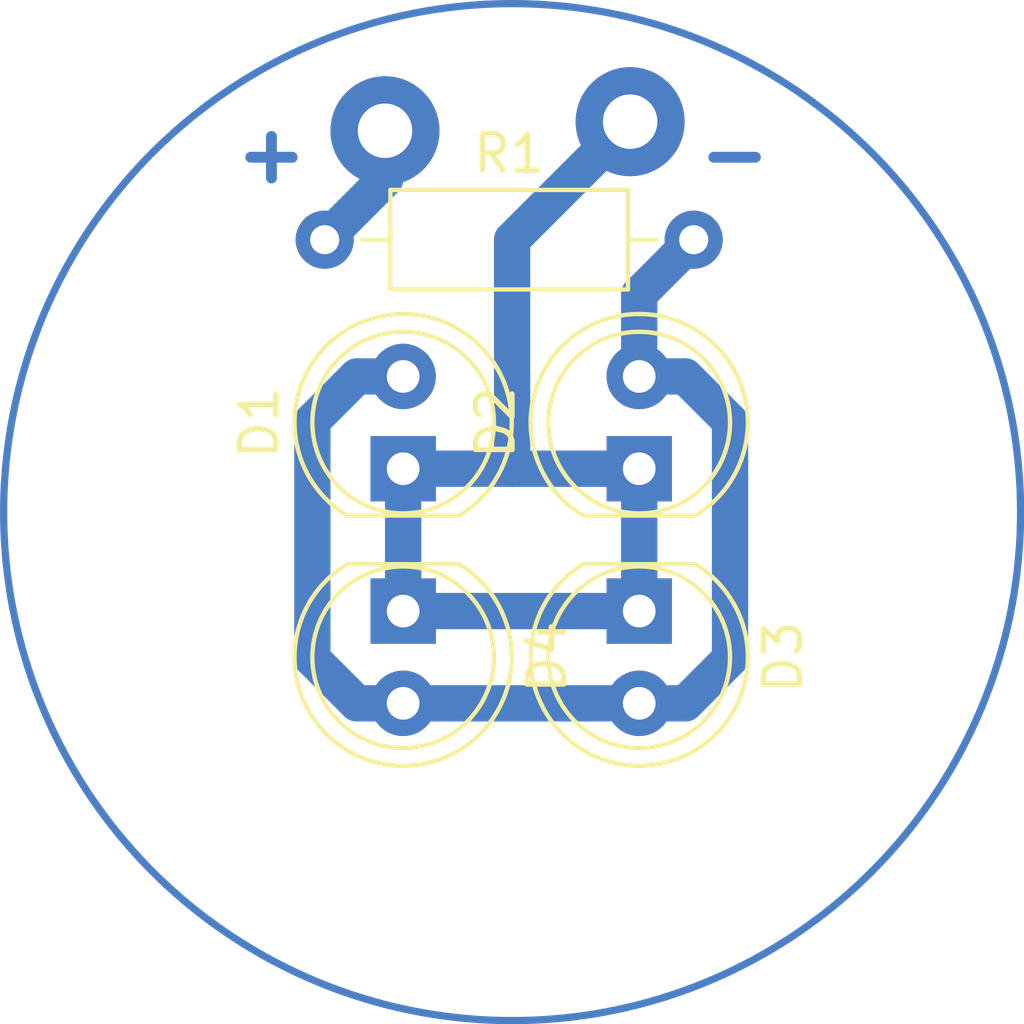
<source format=kicad_pcb>
(kicad_pcb (version 20241229) (generator "pcbnew") (generator_version "9.0")
  (layers (0 "F.Cu" signal) (2 "B.Cu" signal) (13 "F.Paste" user) (15 "B.Paste" user) (5 "F.SilkS" user "F.Silkscreen") (7 "B.SilkS" user "B.Silkscreen") (1 "F.Mask" user) (3 "B.Mask" user) (25 "Edge.Cuts" user))
  (net 0 "")
  (net 1 "Net-(D1-K)")
  (net 2 "Net-(D1-A)")
  (net 3 "unconnected-(R1-Pad1)")
  (footprint "Resistor_THT:R_Axial_DIN0207_L6.3mm_D2.5mm_P10.16mm_Horizontal" (layer "F.Cu") (at 155.34 81.5)
    (property "Reference" "R1" (at 5.08 -2.37 0) (layer "F.SilkS"))
    (property "Value" "100")
    (fp_line (start 1.04 0) (end 1.81 0) (stroke (width 0.12)) (layer "F.SilkS"))
    (fp_line (start 1.81 -1.37) (end 1.81 1.37) (stroke (width 0.12)) (layer "F.SilkS"))
    (fp_line (start 1.81 1.37) (end 8.35 1.37) (stroke (width 0.12)) (layer "F.SilkS"))
    (fp_line (start 8.35 -1.37) (end 1.81 -1.37) (stroke (width 0.12)) (layer "F.SilkS"))
    (fp_line (start 8.35 1.37) (end 8.35 -1.37) (stroke (width 0.12)) (layer "F.SilkS"))
    (fp_line (start 9.12 0) (end 8.35 0) (stroke (width 0.12)) (layer "F.SilkS"))
    (pad "1" thru_hole circle (at 0 0) (size 1.6 1.6) (drill 0.8) (layers "*.Cu" "*.Mask") (net 3 "unconnected-(R1-Pad1)"))
    (pad "2" thru_hole oval (at 10.16 0) (size 1.6 1.6) (drill 0.8) (layers "*.Cu" "*.Mask") (net 2 "Net-(D1-A)"))
  )
  (footprint "LED_THT:LED_D5.0mm" (layer "F.Cu") (at 164 87.805 90)
    (property "Reference" "D2" (at 1.27 -3.96 90) (layer "F.SilkS"))
    (property "Value" "LED")
    (fp_line (start -1.29 -1.545) (end -1.29 1.545) (stroke (width 0.12)) (layer "F.SilkS"))
    (fp_arc (start -1.29 -1.54483) (mid 2.071756 -2.880501) (end 4.26 -0.000048) (stroke (width 0.12)) (layer "F.SilkS"))
    (fp_arc (start 4.26 0.000048) (mid 2.071756 2.880501) (end -1.29 1.54483) (stroke (width 0.12)) (layer "F.SilkS"))
    (fp_circle (center 1.27 0) (end 3.77 0) (stroke (width 0.12)) (fill no) (layer "F.SilkS"))
    (pad "1" thru_hole rect (at 0 0 90) (size 1.8 1.8) (drill 0.9) (layers "*.Cu" "*.Mask") (net 1 "Net-(D1-K)"))
    (pad "2" thru_hole circle (at 2.54 0 90) (size 1.8 1.8) (drill 0.9) (layers "*.Cu" "*.Mask") (net 2 "Net-(D1-A)"))
  )
  (footprint "LED_THT:LED_D5.0mm" (layer "F.Cu") (at 157.5 87.805 90)
    (property "Reference" "D1" (at 1.27 -3.96 90) (layer "F.SilkS"))
    (property "Value" "LED")
    (fp_line (start -1.29 -1.545) (end -1.29 1.545) (stroke (width 0.12)) (layer "F.SilkS"))
    (fp_arc (start -1.29 -1.54483) (mid 2.071756 -2.880501) (end 4.26 -0.000048) (stroke (width 0.12)) (layer "F.SilkS"))
    (fp_arc (start 4.26 0.000048) (mid 2.071756 2.880501) (end -1.29 1.54483) (stroke (width 0.12)) (layer "F.SilkS"))
    (fp_circle (center 1.27 0) (end 3.77 0) (stroke (width 0.12)) (fill no) (layer "F.SilkS"))
    (pad "1" thru_hole rect (at 0 0 90) (size 1.8 1.8) (drill 0.9) (layers "*.Cu" "*.Mask") (net 1 "Net-(D1-K)"))
    (pad "2" thru_hole circle (at 2.54 0 90) (size 1.8 1.8) (drill 0.9) (layers "*.Cu" "*.Mask") (net 2 "Net-(D1-A)"))
  )
  (footprint "LED_THT:LED_D5.0mm" (layer "F.Cu") (at 164 91.725 -90)
    (property "Reference" "D3" (at 1.27 -3.96 90) (layer "F.SilkS"))
    (property "Value" "LED")
    (fp_line (start -1.29 -1.545) (end -1.29 1.545) (stroke (width 0.12)) (layer "F.SilkS"))
    (fp_arc (start 4.26 0.000048) (mid 2.071756 2.880501) (end -1.29 1.54483) (stroke (width 0.12)) (layer "F.SilkS"))
    (fp_arc (start -1.29 -1.54483) (mid 2.071756 -2.880501) (end 4.26 -0.000048) (stroke (width 0.12)) (layer "F.SilkS"))
    (fp_circle (center 1.27 0) (end 3.77 0) (stroke (width 0.12)) (fill no) (layer "F.SilkS"))
    (pad "1" thru_hole rect (at 0 0 270) (size 1.8 1.8) (drill 0.9) (layers "*.Cu" "*.Mask") (net 1 "Net-(D1-K)"))
    (pad "2" thru_hole circle (at 2.54 0 270) (size 1.8 1.8) (drill 0.9) (layers "*.Cu" "*.Mask") (net 2 "Net-(D1-A)"))
  )
  (footprint "LED_THT:LED_D5.0mm" (layer "F.Cu") (at 157.5 91.725 -90)
    (property "Reference" "D4" (at 1.27 -3.96 90) (layer "F.SilkS"))
    (property "Value" "LED")
    (fp_line (start -1.29 -1.545) (end -1.29 1.545) (stroke (width 0.12)) (layer "F.SilkS"))
    (fp_arc (start 4.26 0.000048) (mid 2.071756 2.880501) (end -1.29 1.54483) (stroke (width 0.12)) (layer "F.SilkS"))
    (fp_arc (start -1.29 -1.54483) (mid 2.071756 -2.880501) (end 4.26 -0.000048) (stroke (width 0.12)) (layer "F.SilkS"))
    (fp_circle (center 1.27 0) (end 3.77 0) (stroke (width 0.12)) (fill no) (layer "F.SilkS"))
    (pad "1" thru_hole rect (at 0 0 270) (size 1.8 1.8) (drill 0.9) (layers "*.Cu" "*.Mask") (net 1 "Net-(D1-K)"))
    (pad "2" thru_hole circle (at 2.54 0 270) (size 1.8 1.8) (drill 0.9) (layers "*.Cu" "*.Mask") (net 2 "Net-(D1-A)"))
  )
  (gr_circle (center 160.5 89) (end 174.5 89) (stroke (width 0.2)) (fill no) (layer "B.Cu"))
  (gr_text "+" (at 155 80 0) (layer "B.Cu") (effects (font (size 1.5 1.5) (thickness 0.3) (bold yes)) (justify left bottom mirror)))
  (gr_text "-" (at 165.5 80 0) (layer "B.Cu") (effects (font (size 1.5 1.5) (thickness 0.3) (bold yes)) (justify left bottom)))
  (segment (start 157.54 91.765) (end 157.5 91.725) (width 1) (layer "F.Cu") (net 1))
  (via micro (at 163.75 78.25) (size 3) (drill 1.5) (layers "F.Cu" "B.Cu") (net 1))
  (segment (start 157.5 87.805) (end 160.5 87.805) (width 1) (layer "B.Cu") (net 1))
  (segment (start 157.5 91.725) (end 157.5 87.805) (width 1) (layer "B.Cu") (net 1))
  (segment (start 163.75 78.25) (end 160.5 81.5) (width 1) (layer "B.Cu") (net 1))
  (segment (start 164 91.725) (end 157.5 91.725) (width 1) (layer "B.Cu") (net 1))
  (segment (start 160.5 81.5) (end 160.5 87.805) (width 1) (layer "B.Cu") (net 1))
  (segment (start 160.5 87.805) (end 164 87.805) (width 1) (layer "B.Cu") (net 1))
  (segment (start 164 87.805) (end 164 91.725) (width 1) (layer "B.Cu") (net 1))
  (segment (start 157.5 94.265) (end 156.227208 94.265) (width 1) (layer "B.Cu") (net 2))
  (segment (start 164 83) (end 165.5 81.5) (width 1) (layer "B.Cu") (net 2))
  (segment (start 166.5 86.5) (end 166.5 93.037792) (width 1) (layer "B.Cu") (net 2))
  (segment (start 164 94.265) (end 157.5 94.265) (width 1) (layer "B.Cu") (net 2))
  (segment (start 155 93.037792) (end 155 86.492208) (width 1) (layer "B.Cu") (net 2))
  (segment (start 156.227208 85.265) (end 157.5 85.265) (width 1) (layer "B.Cu") (net 2))
  (segment (start 166.5 93.037792) (end 165.272792 94.265) (width 1) (layer "B.Cu") (net 2))
  (segment (start 156.227208 94.265) (end 155 93.037792) (width 1) (layer "B.Cu") (net 2))
  (segment (start 165.272792 94.265) (end 164 94.265) (width 1) (layer "B.Cu") (net 2))
  (segment (start 165.265 85.265) (end 166.5 86.5) (width 1) (layer "B.Cu") (net 2))
  (segment (start 155 86.492208) (end 156.227208 85.265) (width 1) (layer "B.Cu") (net 2))
  (segment (start 164 85.265) (end 165.265 85.265) (width 1) (layer "B.Cu") (net 2))
  (segment (start 164 85.265) (end 164 83) (width 1) (layer "B.Cu") (net 2))
  (via micro (at 157 78.5) (size 3) (drill 1.5) (layers "F.Cu" "B.Cu") (net 3))
  (segment (start 157 78.5) (end 157 79.84) (width 1) (layer "B.Cu") (net 3))
  (segment (start 157 79.84) (end 155.34 81.5) (width 1) (layer "B.Cu") (net 3))
)
</source>
